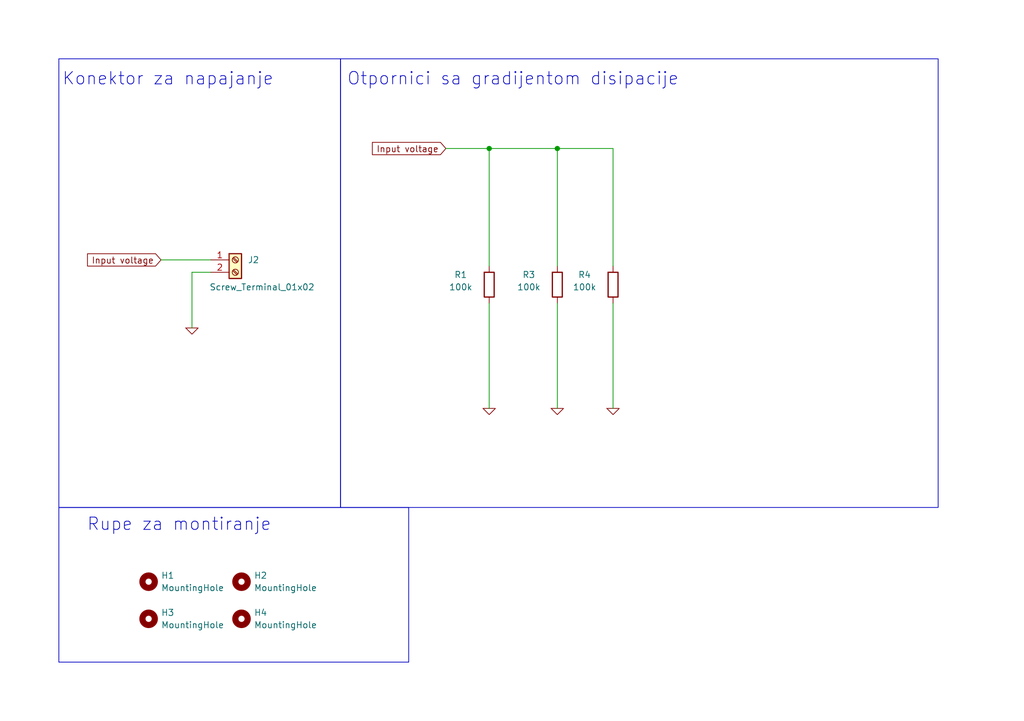
<source format=kicad_sch>
(kicad_sch (version 20231120) (generator "eeschema") (generator_version "8.0")
  (paper "A5")
  (title_block (title "Redna i paralelna otpornost") (rev "v1"))
  (lib_symbols
    (symbol "Connector:Screw_Terminal_01x02" (pin_names (offset 1.016) hide)
      (property "Reference" "J" (at 0 2.54 0))
      (property "Value" "Screw_Terminal_01x02" (at 0 -5.08 0))
      (symbol "Screw_Terminal_01x02_1_1"
        (rectangle (start -1.27 1.27) (end 1.27 -3.81) (stroke (width 0.254)) (fill (type background)))
        (circle (center 0 -2.54) (radius 0.635) (stroke (width 0.1524)))
        (polyline (pts (xy -0.5334 -2.2098) (xy 0.3302 -3.048)) (stroke (width 0.1524)))
        (polyline (pts (xy -0.5334 0.3302) (xy 0.3302 -0.508)) (stroke (width 0.1524)))
        (polyline (pts (xy -0.3556 -2.032) (xy 0.508 -2.8702)) (stroke (width 0.1524)))
        (polyline (pts (xy -0.3556 0.508) (xy 0.508 -0.3302)) (stroke (width 0.1524)))
        (circle (center 0 0) (radius 0.635) (stroke (width 0.1524)))
        (pin passive line (at -5.08 0 0) (length 3.81) (name "Pin_1") (number "1"))
        (pin passive line (at -5.08 -2.54 0) (length 3.81) (name "Pin_2") (number "2"))
      )
    )
    (symbol "Device:R" (pin_numbers hide) (pin_names (offset 0))
      (property "Reference" "R" (at 2.032 0 90))
      (property "Value" "R" (at 0 0 90))
      (symbol "R_0_1"
        (rectangle (start -1.016 -2.54) (end 1.016 2.54) (stroke (width 0.254)))
      )
      (symbol "R_1_1"
        (pin passive line (at 0 3.81 270) (length 1.27) (name "~") (number "1"))
        (pin passive line (at 0 -3.81 90) (length 1.27) (name "~") (number "2"))
      )
    )
    (symbol "Mechanical:MountingHole" (pin_names (offset 1.016))
      (property "Reference" "H" (at 0 5.08 0))
      (property "Value" "MountingHole" (at 0 3.175 0))
      (symbol "MountingHole_0_1"
        (circle (center 0 0) (radius 1.27) (stroke (width 1.27)))
      )
    )
    (symbol "Simulation_SPICE:0" (power) (pin_names (offset 0))
      (property "Value" "0" (at 0 -1.778 0))
      (symbol "0_0_1"
        (polyline (pts (xy -1.27 0) (xy 0 -1.27) (xy 1.27 0) (xy -1.27 0)))
      )
      (symbol "0_1_1"
        (pin power_in line (at 0 0 0) (length 0) hide (name "0") (number "1"))
      )
    )
  )
  (junction (at 114.3 30.48))
  (junction (at 100.33 30.48))
  (wire (pts (xy 114.3 30.48) (xy 114.3 54.61)))
  (wire (pts (xy 125.73 30.48) (xy 114.3 30.48)))
  (wire (pts (xy 100.33 30.48) (xy 100.33 54.61)))
  (wire (pts (xy 91.44 30.48) (xy 100.33 30.48)))
  (wire (pts (xy 125.73 54.61) (xy 125.73 30.48)))
  (wire (pts (xy 114.3 30.48) (xy 100.33 30.48)))
  (wire (pts (xy 125.73 62.23) (xy 125.73 83.82)))
  (wire (pts (xy 39.37 55.88) (xy 43.18 55.88)))
  (wire (pts (xy 43.18 53.34) (xy 33.02 53.34)))
  (wire (pts (xy 39.37 55.88) (xy 39.37 67.31)))
  (wire (pts (xy 100.33 62.23) (xy 100.33 83.82)))
  (wire (pts (xy 114.3 62.23) (xy 114.3 83.82)))
  (rectangle (start 12.065 12.065) (end 69.85 104.14))
  (rectangle (start 12.065 104.14) (end 83.82 135.89))
  (rectangle (start 69.85 12.065) (end 192.405 104.14))
  (text "Rupe za montiranje\n" (at 17.78 109.22 0) (effects (font (size 2.54 2.54)) (justify left bottom)))
  (text "Konektor za napajanje" (at 12.7 17.78 0) (effects (font (size 2.54 2.54)) (justify left bottom)))
  (text "Otpornici sa gradijentom disipacije\n" (at 71.12 17.78 0) (effects (font (size 2.54 2.54)) (justify left bottom)))
  (global_label "Input voltage" (shape input) (at 33.02 53.34 180) (property "Intersheetrefs" "${INTERSHEET_REFS}" (effects (hide yes))))
  (global_label "Input voltage" (shape input) (at 91.44 30.48 180) (property "Intersheetrefs" "${INTERSHEET_REFS}" (effects (hide yes))))
  (symbol (lib_id "Simulation_SPICE:0") (at 39.37 67.31 0) (unit 1)
    (property "Reference" "#GND05" (effects (hide yes)))
    (property "Value" "0" (effects (hide yes)))
  )
  (symbol (lib_id "Simulation_SPICE:0") (at 100.33 83.82 0) (unit 1)
    (property "Reference" "#GND07" (effects (hide yes)))
    (property "Value" "0" (effects (hide yes)))
  )
  (symbol (lib_id "Mechanical:MountingHole") (at 30.48 127 0) (unit 1)
    (property "Reference" "H3" (at 33.02 125.73 0) (effects (justify left)))
    (property "Value" "MountingHole" (at 33.02 128.27 0) (effects (justify left)))
    (property "Footprint" "MountingHole:MountingHole_3.2mm_M3_ISO14580_Pad_TopBottom" (effects (hide yes)))
  )
  (symbol (lib_id "Simulation_SPICE:0") (at 125.73 83.82 0) (unit 1)
    (property "Reference" "#GND02" (effects (hide yes)))
    (property "Value" "0" (effects (hide yes)))
  )
  (symbol (lib_id "Connector:Screw_Terminal_01x02") (at 48.26 53.34 0) (unit 1) (exclude_from_sim yes)
    (property "Reference" "J2" (at 50.8 53.34 0) (effects (justify left)))
    (property "Value" "Screw_Terminal_01x02" (at 42.926 58.928 0) (effects (justify left)))
    (property "Footprint" "TerminalBlock_Phoenix:TerminalBlock_Phoenix_MKDS-1,5-2-5.08_1x02_P5.08mm_Horizontal" (effects (hide yes)))
  )
  (symbol (lib_id "Device:R") (at 125.73 58.42 0) (unit 1)
    (property "Reference" "R4" (at 119.888 56.388 0))
    (property "Value" "100k" (at 119.888 58.928 0))
    (property "Footprint" "Resistor_SMD:R_1206_3216Metric_Pad1.30x1.75mm_HandSolder" (effects (hide yes)))
  )
  (symbol (lib_id "Mechanical:MountingHole") (at 49.53 119.38 0) (unit 1)
    (property "Reference" "H2" (at 52.07 118.11 0) (effects (justify left)))
    (property "Value" "MountingHole" (at 52.07 120.65 0) (effects (justify left)))
    (property "Footprint" "MountingHole:MountingHole_3.2mm_M3_ISO14580_Pad_TopBottom" (effects (hide yes)))
  )
  (symbol (lib_id "Device:R") (at 114.3 58.42 0) (unit 1)
    (property "Reference" "R3" (at 108.458 56.388 0))
    (property "Value" "100k" (at 108.458 58.928 0))
    (property "Footprint" "Resistor_SMD:R_1206_3216Metric_Pad1.30x1.75mm_HandSolder" (effects (hide yes)))
  )
  (symbol (lib_id "Mechanical:MountingHole") (at 30.48 119.38 0) (unit 1)
    (property "Reference" "H1" (at 33.02 118.11 0) (effects (justify left)))
    (property "Value" "MountingHole" (at 33.02 120.65 0) (effects (justify left)))
    (property "Footprint" "MountingHole:MountingHole_3.2mm_M3_ISO14580_Pad_TopBottom" (effects (hide yes)))
  )
  (symbol (lib_id "Mechanical:MountingHole") (at 49.53 127 0) (unit 1)
    (property "Reference" "H4" (at 52.07 125.73 0) (effects (justify left)))
    (property "Value" "MountingHole" (at 52.07 128.27 0) (effects (justify left)))
    (property "Footprint" "MountingHole:MountingHole_3.2mm_M3_ISO14580_Pad_TopBottom" (effects (hide yes)))
  )
  (symbol (lib_id "Device:R") (at 100.33 58.42 0) (unit 1)
    (property "Reference" "R1" (at 94.488 56.388 0))
    (property "Value" "100k" (at 94.488 58.928 0))
    (property "Footprint" "Resistor_SMD:R_1206_3216Metric_Pad1.30x1.75mm_HandSolder" (effects (hide yes)))
  )
  (symbol (lib_id "Simulation_SPICE:0") (at 114.3 83.82 0) (unit 1)
    (property "Reference" "#GND01" (effects (hide yes)))
    (property "Value" "0" (effects (hide yes)))
  )
)
</source>
